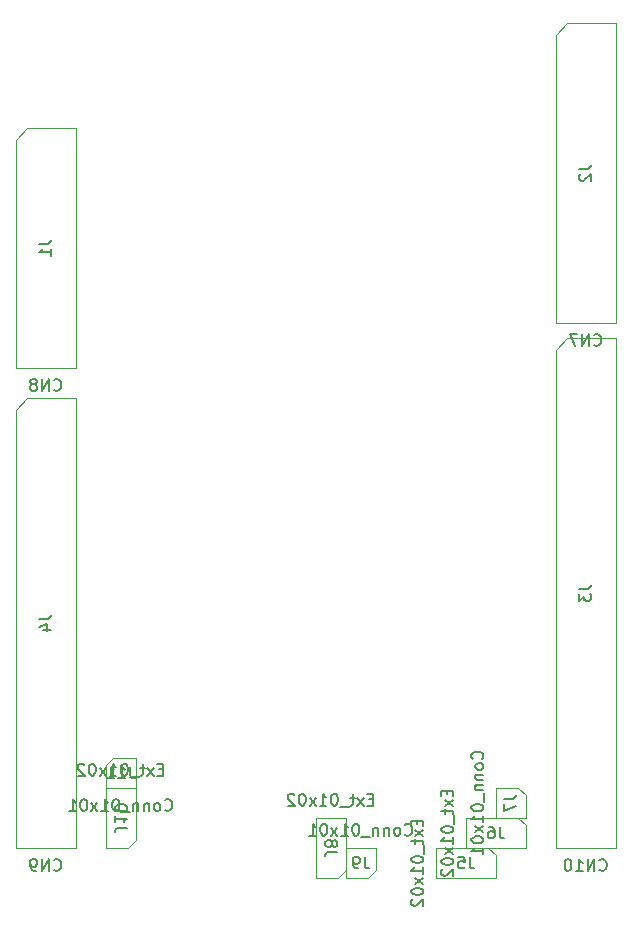
<source format=gbr>
%TF.GenerationSoftware,KiCad,Pcbnew,(5.1.6)-1*%
%TF.CreationDate,2021-01-03T17:25:39+01:00*%
%TF.ProjectId,Nucleo144_DSP,4e75636c-656f-4313-9434-5f4453502e6b,rev?*%
%TF.SameCoordinates,Original*%
%TF.FileFunction,Other,Fab,Bot*%
%FSLAX46Y46*%
G04 Gerber Fmt 4.6, Leading zero omitted, Abs format (unit mm)*
G04 Created by KiCad (PCBNEW (5.1.6)-1) date 2021-01-03 17:25:39*
%MOMM*%
%LPD*%
G01*
G04 APERTURE LIST*
%ADD10C,0.100000*%
%ADD11C,0.150000*%
G04 APERTURE END LIST*
D10*
%TO.C,J1*%
X115680000Y-77290000D02*
X111600000Y-77290000D01*
X111600000Y-77290000D02*
X110600000Y-78290000D01*
X110600000Y-78290000D02*
X110600000Y-97610000D01*
X110600000Y-97610000D02*
X115680000Y-97610000D01*
X115680000Y-97610000D02*
X115680000Y-77290000D01*
%TO.C,J2*%
X161400000Y-68400000D02*
X157320000Y-68400000D01*
X157320000Y-68400000D02*
X156320000Y-69400000D01*
X156320000Y-69400000D02*
X156320000Y-93800000D01*
X156320000Y-93800000D02*
X161400000Y-93800000D01*
X161400000Y-93800000D02*
X161400000Y-68400000D01*
%TO.C,J3*%
X161400000Y-95070000D02*
X157320000Y-95070000D01*
X157320000Y-95070000D02*
X156320000Y-96070000D01*
X156320000Y-96070000D02*
X156320000Y-138250000D01*
X156320000Y-138250000D02*
X161400000Y-138250000D01*
X161400000Y-138250000D02*
X161400000Y-95070000D01*
%TO.C,J4*%
X115680000Y-100150000D02*
X111600000Y-100150000D01*
X111600000Y-100150000D02*
X110600000Y-101150000D01*
X110600000Y-101150000D02*
X110600000Y-138250000D01*
X110600000Y-138250000D02*
X115680000Y-138250000D01*
X115680000Y-138250000D02*
X115680000Y-100150000D01*
%TO.C,J5*%
X151240000Y-140790000D02*
X151240000Y-138885000D01*
X151240000Y-138885000D02*
X150605000Y-138250000D01*
X150605000Y-138250000D02*
X146160000Y-138250000D01*
X146160000Y-138250000D02*
X146160000Y-140790000D01*
X146160000Y-140790000D02*
X151240000Y-140790000D01*
%TO.C,J6*%
X153780000Y-138250000D02*
X153780000Y-136345000D01*
X153780000Y-136345000D02*
X153145000Y-135710000D01*
X153145000Y-135710000D02*
X148700000Y-135710000D01*
X148700000Y-135710000D02*
X148700000Y-138250000D01*
X148700000Y-138250000D02*
X153780000Y-138250000D01*
%TO.C,J7*%
X151240000Y-135710000D02*
X153780000Y-135710000D01*
X151240000Y-133170000D02*
X151240000Y-135710000D01*
X153145000Y-133170000D02*
X151240000Y-133170000D01*
X153780000Y-133805000D02*
X153145000Y-133170000D01*
X153780000Y-135710000D02*
X153780000Y-133805000D01*
%TO.C,J8*%
X136000000Y-135710000D02*
X136000000Y-140790000D01*
X138540000Y-135710000D02*
X136000000Y-135710000D01*
X138540000Y-140155000D02*
X138540000Y-135710000D01*
X137905000Y-140790000D02*
X138540000Y-140155000D01*
X136000000Y-140790000D02*
X137905000Y-140790000D01*
%TO.C,J9*%
X138540000Y-140790000D02*
X140445000Y-140790000D01*
X140445000Y-140790000D02*
X141080000Y-140155000D01*
X141080000Y-140155000D02*
X141080000Y-138250000D01*
X141080000Y-138250000D02*
X138540000Y-138250000D01*
X138540000Y-138250000D02*
X138540000Y-140790000D01*
%TO.C,J10*%
X118220000Y-133170000D02*
X118220000Y-138250000D01*
X120760000Y-133170000D02*
X118220000Y-133170000D01*
X120760000Y-137615000D02*
X120760000Y-133170000D01*
X120125000Y-138250000D02*
X120760000Y-137615000D01*
X118220000Y-138250000D02*
X120125000Y-138250000D01*
%TO.C,J11*%
X120760000Y-133170000D02*
X120760000Y-130630000D01*
X118220000Y-133170000D02*
X120760000Y-133170000D01*
X118220000Y-131265000D02*
X118220000Y-133170000D01*
X118855000Y-130630000D02*
X118220000Y-131265000D01*
X120760000Y-130630000D02*
X118855000Y-130630000D01*
%TD*%
%TO.C,J1*%
D11*
X113830476Y-99467142D02*
X113878095Y-99514761D01*
X114020952Y-99562380D01*
X114116190Y-99562380D01*
X114259047Y-99514761D01*
X114354285Y-99419523D01*
X114401904Y-99324285D01*
X114449523Y-99133809D01*
X114449523Y-98990952D01*
X114401904Y-98800476D01*
X114354285Y-98705238D01*
X114259047Y-98610000D01*
X114116190Y-98562380D01*
X114020952Y-98562380D01*
X113878095Y-98610000D01*
X113830476Y-98657619D01*
X113401904Y-99562380D02*
X113401904Y-98562380D01*
X112830476Y-99562380D01*
X112830476Y-98562380D01*
X112211428Y-98990952D02*
X112306666Y-98943333D01*
X112354285Y-98895714D01*
X112401904Y-98800476D01*
X112401904Y-98752857D01*
X112354285Y-98657619D01*
X112306666Y-98610000D01*
X112211428Y-98562380D01*
X112020952Y-98562380D01*
X111925714Y-98610000D01*
X111878095Y-98657619D01*
X111830476Y-98752857D01*
X111830476Y-98800476D01*
X111878095Y-98895714D01*
X111925714Y-98943333D01*
X112020952Y-98990952D01*
X112211428Y-98990952D01*
X112306666Y-99038571D01*
X112354285Y-99086190D01*
X112401904Y-99181428D01*
X112401904Y-99371904D01*
X112354285Y-99467142D01*
X112306666Y-99514761D01*
X112211428Y-99562380D01*
X112020952Y-99562380D01*
X111925714Y-99514761D01*
X111878095Y-99467142D01*
X111830476Y-99371904D01*
X111830476Y-99181428D01*
X111878095Y-99086190D01*
X111925714Y-99038571D01*
X112020952Y-98990952D01*
X112592380Y-87116666D02*
X113306666Y-87116666D01*
X113449523Y-87069047D01*
X113544761Y-86973809D01*
X113592380Y-86830952D01*
X113592380Y-86735714D01*
X113592380Y-88116666D02*
X113592380Y-87545238D01*
X113592380Y-87830952D02*
X112592380Y-87830952D01*
X112735238Y-87735714D01*
X112830476Y-87640476D01*
X112878095Y-87545238D01*
%TO.C,J2*%
X159550476Y-95657142D02*
X159598095Y-95704761D01*
X159740952Y-95752380D01*
X159836190Y-95752380D01*
X159979047Y-95704761D01*
X160074285Y-95609523D01*
X160121904Y-95514285D01*
X160169523Y-95323809D01*
X160169523Y-95180952D01*
X160121904Y-94990476D01*
X160074285Y-94895238D01*
X159979047Y-94800000D01*
X159836190Y-94752380D01*
X159740952Y-94752380D01*
X159598095Y-94800000D01*
X159550476Y-94847619D01*
X159121904Y-95752380D02*
X159121904Y-94752380D01*
X158550476Y-95752380D01*
X158550476Y-94752380D01*
X158169523Y-94752380D02*
X157502857Y-94752380D01*
X157931428Y-95752380D01*
X158312380Y-80766666D02*
X159026666Y-80766666D01*
X159169523Y-80719047D01*
X159264761Y-80623809D01*
X159312380Y-80480952D01*
X159312380Y-80385714D01*
X158407619Y-81195238D02*
X158360000Y-81242857D01*
X158312380Y-81338095D01*
X158312380Y-81576190D01*
X158360000Y-81671428D01*
X158407619Y-81719047D01*
X158502857Y-81766666D01*
X158598095Y-81766666D01*
X158740952Y-81719047D01*
X159312380Y-81147619D01*
X159312380Y-81766666D01*
%TO.C,J3*%
X160026666Y-140107142D02*
X160074285Y-140154761D01*
X160217142Y-140202380D01*
X160312380Y-140202380D01*
X160455238Y-140154761D01*
X160550476Y-140059523D01*
X160598095Y-139964285D01*
X160645714Y-139773809D01*
X160645714Y-139630952D01*
X160598095Y-139440476D01*
X160550476Y-139345238D01*
X160455238Y-139250000D01*
X160312380Y-139202380D01*
X160217142Y-139202380D01*
X160074285Y-139250000D01*
X160026666Y-139297619D01*
X159598095Y-140202380D02*
X159598095Y-139202380D01*
X159026666Y-140202380D01*
X159026666Y-139202380D01*
X158026666Y-140202380D02*
X158598095Y-140202380D01*
X158312380Y-140202380D02*
X158312380Y-139202380D01*
X158407619Y-139345238D01*
X158502857Y-139440476D01*
X158598095Y-139488095D01*
X157407619Y-139202380D02*
X157312380Y-139202380D01*
X157217142Y-139250000D01*
X157169523Y-139297619D01*
X157121904Y-139392857D01*
X157074285Y-139583333D01*
X157074285Y-139821428D01*
X157121904Y-140011904D01*
X157169523Y-140107142D01*
X157217142Y-140154761D01*
X157312380Y-140202380D01*
X157407619Y-140202380D01*
X157502857Y-140154761D01*
X157550476Y-140107142D01*
X157598095Y-140011904D01*
X157645714Y-139821428D01*
X157645714Y-139583333D01*
X157598095Y-139392857D01*
X157550476Y-139297619D01*
X157502857Y-139250000D01*
X157407619Y-139202380D01*
X158312380Y-116326666D02*
X159026666Y-116326666D01*
X159169523Y-116279047D01*
X159264761Y-116183809D01*
X159312380Y-116040952D01*
X159312380Y-115945714D01*
X158312380Y-116707619D02*
X158312380Y-117326666D01*
X158693333Y-116993333D01*
X158693333Y-117136190D01*
X158740952Y-117231428D01*
X158788571Y-117279047D01*
X158883809Y-117326666D01*
X159121904Y-117326666D01*
X159217142Y-117279047D01*
X159264761Y-117231428D01*
X159312380Y-117136190D01*
X159312380Y-116850476D01*
X159264761Y-116755238D01*
X159217142Y-116707619D01*
%TO.C,J4*%
X113830476Y-140107142D02*
X113878095Y-140154761D01*
X114020952Y-140202380D01*
X114116190Y-140202380D01*
X114259047Y-140154761D01*
X114354285Y-140059523D01*
X114401904Y-139964285D01*
X114449523Y-139773809D01*
X114449523Y-139630952D01*
X114401904Y-139440476D01*
X114354285Y-139345238D01*
X114259047Y-139250000D01*
X114116190Y-139202380D01*
X114020952Y-139202380D01*
X113878095Y-139250000D01*
X113830476Y-139297619D01*
X113401904Y-140202380D02*
X113401904Y-139202380D01*
X112830476Y-140202380D01*
X112830476Y-139202380D01*
X112306666Y-140202380D02*
X112116190Y-140202380D01*
X112020952Y-140154761D01*
X111973333Y-140107142D01*
X111878095Y-139964285D01*
X111830476Y-139773809D01*
X111830476Y-139392857D01*
X111878095Y-139297619D01*
X111925714Y-139250000D01*
X112020952Y-139202380D01*
X112211428Y-139202380D01*
X112306666Y-139250000D01*
X112354285Y-139297619D01*
X112401904Y-139392857D01*
X112401904Y-139630952D01*
X112354285Y-139726190D01*
X112306666Y-139773809D01*
X112211428Y-139821428D01*
X112020952Y-139821428D01*
X111925714Y-139773809D01*
X111878095Y-139726190D01*
X111830476Y-139630952D01*
X112592380Y-118866666D02*
X113306666Y-118866666D01*
X113449523Y-118819047D01*
X113544761Y-118723809D01*
X113592380Y-118580952D01*
X113592380Y-118485714D01*
X112925714Y-119771428D02*
X113592380Y-119771428D01*
X112544761Y-119533333D02*
X113259047Y-119295238D01*
X113259047Y-119914285D01*
%TO.C,J5*%
X144588571Y-135924761D02*
X144588571Y-136258095D01*
X145112380Y-136400952D02*
X145112380Y-135924761D01*
X144112380Y-135924761D01*
X144112380Y-136400952D01*
X145112380Y-136734285D02*
X144445714Y-137258095D01*
X144445714Y-136734285D02*
X145112380Y-137258095D01*
X144445714Y-137496190D02*
X144445714Y-137877142D01*
X144112380Y-137639047D02*
X144969523Y-137639047D01*
X145064761Y-137686666D01*
X145112380Y-137781904D01*
X145112380Y-137877142D01*
X145207619Y-137972380D02*
X145207619Y-138734285D01*
X144112380Y-139162857D02*
X144112380Y-139258095D01*
X144160000Y-139353333D01*
X144207619Y-139400952D01*
X144302857Y-139448571D01*
X144493333Y-139496190D01*
X144731428Y-139496190D01*
X144921904Y-139448571D01*
X145017142Y-139400952D01*
X145064761Y-139353333D01*
X145112380Y-139258095D01*
X145112380Y-139162857D01*
X145064761Y-139067619D01*
X145017142Y-139020000D01*
X144921904Y-138972380D01*
X144731428Y-138924761D01*
X144493333Y-138924761D01*
X144302857Y-138972380D01*
X144207619Y-139020000D01*
X144160000Y-139067619D01*
X144112380Y-139162857D01*
X145112380Y-140448571D02*
X145112380Y-139877142D01*
X145112380Y-140162857D02*
X144112380Y-140162857D01*
X144255238Y-140067619D01*
X144350476Y-139972380D01*
X144398095Y-139877142D01*
X145112380Y-140781904D02*
X144445714Y-141305714D01*
X144445714Y-140781904D02*
X145112380Y-141305714D01*
X144112380Y-141877142D02*
X144112380Y-141972380D01*
X144160000Y-142067619D01*
X144207619Y-142115238D01*
X144302857Y-142162857D01*
X144493333Y-142210476D01*
X144731428Y-142210476D01*
X144921904Y-142162857D01*
X145017142Y-142115238D01*
X145064761Y-142067619D01*
X145112380Y-141972380D01*
X145112380Y-141877142D01*
X145064761Y-141781904D01*
X145017142Y-141734285D01*
X144921904Y-141686666D01*
X144731428Y-141639047D01*
X144493333Y-141639047D01*
X144302857Y-141686666D01*
X144207619Y-141734285D01*
X144160000Y-141781904D01*
X144112380Y-141877142D01*
X144207619Y-142591428D02*
X144160000Y-142639047D01*
X144112380Y-142734285D01*
X144112380Y-142972380D01*
X144160000Y-143067619D01*
X144207619Y-143115238D01*
X144302857Y-143162857D01*
X144398095Y-143162857D01*
X144540952Y-143115238D01*
X145112380Y-142543809D01*
X145112380Y-143162857D01*
X149033333Y-138972380D02*
X149033333Y-139686666D01*
X149080952Y-139829523D01*
X149176190Y-139924761D01*
X149319047Y-139972380D01*
X149414285Y-139972380D01*
X148080952Y-138972380D02*
X148557142Y-138972380D01*
X148604761Y-139448571D01*
X148557142Y-139400952D01*
X148461904Y-139353333D01*
X148223809Y-139353333D01*
X148128571Y-139400952D01*
X148080952Y-139448571D01*
X148033333Y-139543809D01*
X148033333Y-139781904D01*
X148080952Y-139877142D01*
X148128571Y-139924761D01*
X148223809Y-139972380D01*
X148461904Y-139972380D01*
X148557142Y-139924761D01*
X148604761Y-139877142D01*
%TO.C,J6*%
X147128571Y-133384761D02*
X147128571Y-133718095D01*
X147652380Y-133860952D02*
X147652380Y-133384761D01*
X146652380Y-133384761D01*
X146652380Y-133860952D01*
X147652380Y-134194285D02*
X146985714Y-134718095D01*
X146985714Y-134194285D02*
X147652380Y-134718095D01*
X146985714Y-134956190D02*
X146985714Y-135337142D01*
X146652380Y-135099047D02*
X147509523Y-135099047D01*
X147604761Y-135146666D01*
X147652380Y-135241904D01*
X147652380Y-135337142D01*
X147747619Y-135432380D02*
X147747619Y-136194285D01*
X146652380Y-136622857D02*
X146652380Y-136718095D01*
X146700000Y-136813333D01*
X146747619Y-136860952D01*
X146842857Y-136908571D01*
X147033333Y-136956190D01*
X147271428Y-136956190D01*
X147461904Y-136908571D01*
X147557142Y-136860952D01*
X147604761Y-136813333D01*
X147652380Y-136718095D01*
X147652380Y-136622857D01*
X147604761Y-136527619D01*
X147557142Y-136480000D01*
X147461904Y-136432380D01*
X147271428Y-136384761D01*
X147033333Y-136384761D01*
X146842857Y-136432380D01*
X146747619Y-136480000D01*
X146700000Y-136527619D01*
X146652380Y-136622857D01*
X147652380Y-137908571D02*
X147652380Y-137337142D01*
X147652380Y-137622857D02*
X146652380Y-137622857D01*
X146795238Y-137527619D01*
X146890476Y-137432380D01*
X146938095Y-137337142D01*
X147652380Y-138241904D02*
X146985714Y-138765714D01*
X146985714Y-138241904D02*
X147652380Y-138765714D01*
X146652380Y-139337142D02*
X146652380Y-139432380D01*
X146700000Y-139527619D01*
X146747619Y-139575238D01*
X146842857Y-139622857D01*
X147033333Y-139670476D01*
X147271428Y-139670476D01*
X147461904Y-139622857D01*
X147557142Y-139575238D01*
X147604761Y-139527619D01*
X147652380Y-139432380D01*
X147652380Y-139337142D01*
X147604761Y-139241904D01*
X147557142Y-139194285D01*
X147461904Y-139146666D01*
X147271428Y-139099047D01*
X147033333Y-139099047D01*
X146842857Y-139146666D01*
X146747619Y-139194285D01*
X146700000Y-139241904D01*
X146652380Y-139337142D01*
X146747619Y-140051428D02*
X146700000Y-140099047D01*
X146652380Y-140194285D01*
X146652380Y-140432380D01*
X146700000Y-140527619D01*
X146747619Y-140575238D01*
X146842857Y-140622857D01*
X146938095Y-140622857D01*
X147080952Y-140575238D01*
X147652380Y-140003809D01*
X147652380Y-140622857D01*
X151573333Y-136432380D02*
X151573333Y-137146666D01*
X151620952Y-137289523D01*
X151716190Y-137384761D01*
X151859047Y-137432380D01*
X151954285Y-137432380D01*
X150668571Y-136432380D02*
X150859047Y-136432380D01*
X150954285Y-136480000D01*
X151001904Y-136527619D01*
X151097142Y-136670476D01*
X151144761Y-136860952D01*
X151144761Y-137241904D01*
X151097142Y-137337142D01*
X151049523Y-137384761D01*
X150954285Y-137432380D01*
X150763809Y-137432380D01*
X150668571Y-137384761D01*
X150620952Y-137337142D01*
X150573333Y-137241904D01*
X150573333Y-137003809D01*
X150620952Y-136908571D01*
X150668571Y-136860952D01*
X150763809Y-136813333D01*
X150954285Y-136813333D01*
X151049523Y-136860952D01*
X151097142Y-136908571D01*
X151144761Y-137003809D01*
%TO.C,J7*%
X150097142Y-130701904D02*
X150144761Y-130654285D01*
X150192380Y-130511428D01*
X150192380Y-130416190D01*
X150144761Y-130273333D01*
X150049523Y-130178095D01*
X149954285Y-130130476D01*
X149763809Y-130082857D01*
X149620952Y-130082857D01*
X149430476Y-130130476D01*
X149335238Y-130178095D01*
X149240000Y-130273333D01*
X149192380Y-130416190D01*
X149192380Y-130511428D01*
X149240000Y-130654285D01*
X149287619Y-130701904D01*
X150192380Y-131273333D02*
X150144761Y-131178095D01*
X150097142Y-131130476D01*
X150001904Y-131082857D01*
X149716190Y-131082857D01*
X149620952Y-131130476D01*
X149573333Y-131178095D01*
X149525714Y-131273333D01*
X149525714Y-131416190D01*
X149573333Y-131511428D01*
X149620952Y-131559047D01*
X149716190Y-131606666D01*
X150001904Y-131606666D01*
X150097142Y-131559047D01*
X150144761Y-131511428D01*
X150192380Y-131416190D01*
X150192380Y-131273333D01*
X149525714Y-132035238D02*
X150192380Y-132035238D01*
X149620952Y-132035238D02*
X149573333Y-132082857D01*
X149525714Y-132178095D01*
X149525714Y-132320952D01*
X149573333Y-132416190D01*
X149668571Y-132463809D01*
X150192380Y-132463809D01*
X149525714Y-132940000D02*
X150192380Y-132940000D01*
X149620952Y-132940000D02*
X149573333Y-132987619D01*
X149525714Y-133082857D01*
X149525714Y-133225714D01*
X149573333Y-133320952D01*
X149668571Y-133368571D01*
X150192380Y-133368571D01*
X150287619Y-133606666D02*
X150287619Y-134368571D01*
X149192380Y-134797142D02*
X149192380Y-134892380D01*
X149240000Y-134987619D01*
X149287619Y-135035238D01*
X149382857Y-135082857D01*
X149573333Y-135130476D01*
X149811428Y-135130476D01*
X150001904Y-135082857D01*
X150097142Y-135035238D01*
X150144761Y-134987619D01*
X150192380Y-134892380D01*
X150192380Y-134797142D01*
X150144761Y-134701904D01*
X150097142Y-134654285D01*
X150001904Y-134606666D01*
X149811428Y-134559047D01*
X149573333Y-134559047D01*
X149382857Y-134606666D01*
X149287619Y-134654285D01*
X149240000Y-134701904D01*
X149192380Y-134797142D01*
X150192380Y-136082857D02*
X150192380Y-135511428D01*
X150192380Y-135797142D02*
X149192380Y-135797142D01*
X149335238Y-135701904D01*
X149430476Y-135606666D01*
X149478095Y-135511428D01*
X150192380Y-136416190D02*
X149525714Y-136940000D01*
X149525714Y-136416190D02*
X150192380Y-136940000D01*
X149192380Y-137511428D02*
X149192380Y-137606666D01*
X149240000Y-137701904D01*
X149287619Y-137749523D01*
X149382857Y-137797142D01*
X149573333Y-137844761D01*
X149811428Y-137844761D01*
X150001904Y-137797142D01*
X150097142Y-137749523D01*
X150144761Y-137701904D01*
X150192380Y-137606666D01*
X150192380Y-137511428D01*
X150144761Y-137416190D01*
X150097142Y-137368571D01*
X150001904Y-137320952D01*
X149811428Y-137273333D01*
X149573333Y-137273333D01*
X149382857Y-137320952D01*
X149287619Y-137368571D01*
X149240000Y-137416190D01*
X149192380Y-137511428D01*
X150192380Y-138797142D02*
X150192380Y-138225714D01*
X150192380Y-138511428D02*
X149192380Y-138511428D01*
X149335238Y-138416190D01*
X149430476Y-138320952D01*
X149478095Y-138225714D01*
X151962380Y-134106666D02*
X152676666Y-134106666D01*
X152819523Y-134059047D01*
X152914761Y-133963809D01*
X152962380Y-133820952D01*
X152962380Y-133725714D01*
X151962380Y-134487619D02*
X151962380Y-135154285D01*
X152962380Y-134725714D01*
%TO.C,J8*%
X140865238Y-134138571D02*
X140531904Y-134138571D01*
X140389047Y-134662380D02*
X140865238Y-134662380D01*
X140865238Y-133662380D01*
X140389047Y-133662380D01*
X140055714Y-134662380D02*
X139531904Y-133995714D01*
X140055714Y-133995714D02*
X139531904Y-134662380D01*
X139293809Y-133995714D02*
X138912857Y-133995714D01*
X139150952Y-133662380D02*
X139150952Y-134519523D01*
X139103333Y-134614761D01*
X139008095Y-134662380D01*
X138912857Y-134662380D01*
X138817619Y-134757619D02*
X138055714Y-134757619D01*
X137627142Y-133662380D02*
X137531904Y-133662380D01*
X137436666Y-133710000D01*
X137389047Y-133757619D01*
X137341428Y-133852857D01*
X137293809Y-134043333D01*
X137293809Y-134281428D01*
X137341428Y-134471904D01*
X137389047Y-134567142D01*
X137436666Y-134614761D01*
X137531904Y-134662380D01*
X137627142Y-134662380D01*
X137722380Y-134614761D01*
X137770000Y-134567142D01*
X137817619Y-134471904D01*
X137865238Y-134281428D01*
X137865238Y-134043333D01*
X137817619Y-133852857D01*
X137770000Y-133757619D01*
X137722380Y-133710000D01*
X137627142Y-133662380D01*
X136341428Y-134662380D02*
X136912857Y-134662380D01*
X136627142Y-134662380D02*
X136627142Y-133662380D01*
X136722380Y-133805238D01*
X136817619Y-133900476D01*
X136912857Y-133948095D01*
X136008095Y-134662380D02*
X135484285Y-133995714D01*
X136008095Y-133995714D02*
X135484285Y-134662380D01*
X134912857Y-133662380D02*
X134817619Y-133662380D01*
X134722380Y-133710000D01*
X134674761Y-133757619D01*
X134627142Y-133852857D01*
X134579523Y-134043333D01*
X134579523Y-134281428D01*
X134627142Y-134471904D01*
X134674761Y-134567142D01*
X134722380Y-134614761D01*
X134817619Y-134662380D01*
X134912857Y-134662380D01*
X135008095Y-134614761D01*
X135055714Y-134567142D01*
X135103333Y-134471904D01*
X135150952Y-134281428D01*
X135150952Y-134043333D01*
X135103333Y-133852857D01*
X135055714Y-133757619D01*
X135008095Y-133710000D01*
X134912857Y-133662380D01*
X134198571Y-133757619D02*
X134150952Y-133710000D01*
X134055714Y-133662380D01*
X133817619Y-133662380D01*
X133722380Y-133710000D01*
X133674761Y-133757619D01*
X133627142Y-133852857D01*
X133627142Y-133948095D01*
X133674761Y-134090952D01*
X134246190Y-134662380D01*
X133627142Y-134662380D01*
X137817619Y-138583333D02*
X137103333Y-138583333D01*
X136960476Y-138630952D01*
X136865238Y-138726190D01*
X136817619Y-138869047D01*
X136817619Y-138964285D01*
X137389047Y-137964285D02*
X137436666Y-138059523D01*
X137484285Y-138107142D01*
X137579523Y-138154761D01*
X137627142Y-138154761D01*
X137722380Y-138107142D01*
X137770000Y-138059523D01*
X137817619Y-137964285D01*
X137817619Y-137773809D01*
X137770000Y-137678571D01*
X137722380Y-137630952D01*
X137627142Y-137583333D01*
X137579523Y-137583333D01*
X137484285Y-137630952D01*
X137436666Y-137678571D01*
X137389047Y-137773809D01*
X137389047Y-137964285D01*
X137341428Y-138059523D01*
X137293809Y-138107142D01*
X137198571Y-138154761D01*
X137008095Y-138154761D01*
X136912857Y-138107142D01*
X136865238Y-138059523D01*
X136817619Y-137964285D01*
X136817619Y-137773809D01*
X136865238Y-137678571D01*
X136912857Y-137630952D01*
X137008095Y-137583333D01*
X137198571Y-137583333D01*
X137293809Y-137630952D01*
X137341428Y-137678571D01*
X137389047Y-137773809D01*
%TO.C,J9*%
X143548095Y-137107142D02*
X143595714Y-137154761D01*
X143738571Y-137202380D01*
X143833809Y-137202380D01*
X143976666Y-137154761D01*
X144071904Y-137059523D01*
X144119523Y-136964285D01*
X144167142Y-136773809D01*
X144167142Y-136630952D01*
X144119523Y-136440476D01*
X144071904Y-136345238D01*
X143976666Y-136250000D01*
X143833809Y-136202380D01*
X143738571Y-136202380D01*
X143595714Y-136250000D01*
X143548095Y-136297619D01*
X142976666Y-137202380D02*
X143071904Y-137154761D01*
X143119523Y-137107142D01*
X143167142Y-137011904D01*
X143167142Y-136726190D01*
X143119523Y-136630952D01*
X143071904Y-136583333D01*
X142976666Y-136535714D01*
X142833809Y-136535714D01*
X142738571Y-136583333D01*
X142690952Y-136630952D01*
X142643333Y-136726190D01*
X142643333Y-137011904D01*
X142690952Y-137107142D01*
X142738571Y-137154761D01*
X142833809Y-137202380D01*
X142976666Y-137202380D01*
X142214761Y-136535714D02*
X142214761Y-137202380D01*
X142214761Y-136630952D02*
X142167142Y-136583333D01*
X142071904Y-136535714D01*
X141929047Y-136535714D01*
X141833809Y-136583333D01*
X141786190Y-136678571D01*
X141786190Y-137202380D01*
X141310000Y-136535714D02*
X141310000Y-137202380D01*
X141310000Y-136630952D02*
X141262380Y-136583333D01*
X141167142Y-136535714D01*
X141024285Y-136535714D01*
X140929047Y-136583333D01*
X140881428Y-136678571D01*
X140881428Y-137202380D01*
X140643333Y-137297619D02*
X139881428Y-137297619D01*
X139452857Y-136202380D02*
X139357619Y-136202380D01*
X139262380Y-136250000D01*
X139214761Y-136297619D01*
X139167142Y-136392857D01*
X139119523Y-136583333D01*
X139119523Y-136821428D01*
X139167142Y-137011904D01*
X139214761Y-137107142D01*
X139262380Y-137154761D01*
X139357619Y-137202380D01*
X139452857Y-137202380D01*
X139548095Y-137154761D01*
X139595714Y-137107142D01*
X139643333Y-137011904D01*
X139690952Y-136821428D01*
X139690952Y-136583333D01*
X139643333Y-136392857D01*
X139595714Y-136297619D01*
X139548095Y-136250000D01*
X139452857Y-136202380D01*
X138167142Y-137202380D02*
X138738571Y-137202380D01*
X138452857Y-137202380D02*
X138452857Y-136202380D01*
X138548095Y-136345238D01*
X138643333Y-136440476D01*
X138738571Y-136488095D01*
X137833809Y-137202380D02*
X137310000Y-136535714D01*
X137833809Y-136535714D02*
X137310000Y-137202380D01*
X136738571Y-136202380D02*
X136643333Y-136202380D01*
X136548095Y-136250000D01*
X136500476Y-136297619D01*
X136452857Y-136392857D01*
X136405238Y-136583333D01*
X136405238Y-136821428D01*
X136452857Y-137011904D01*
X136500476Y-137107142D01*
X136548095Y-137154761D01*
X136643333Y-137202380D01*
X136738571Y-137202380D01*
X136833809Y-137154761D01*
X136881428Y-137107142D01*
X136929047Y-137011904D01*
X136976666Y-136821428D01*
X136976666Y-136583333D01*
X136929047Y-136392857D01*
X136881428Y-136297619D01*
X136833809Y-136250000D01*
X136738571Y-136202380D01*
X135452857Y-137202380D02*
X136024285Y-137202380D01*
X135738571Y-137202380D02*
X135738571Y-136202380D01*
X135833809Y-136345238D01*
X135929047Y-136440476D01*
X136024285Y-136488095D01*
X140143333Y-138972380D02*
X140143333Y-139686666D01*
X140190952Y-139829523D01*
X140286190Y-139924761D01*
X140429047Y-139972380D01*
X140524285Y-139972380D01*
X139619523Y-139972380D02*
X139429047Y-139972380D01*
X139333809Y-139924761D01*
X139286190Y-139877142D01*
X139190952Y-139734285D01*
X139143333Y-139543809D01*
X139143333Y-139162857D01*
X139190952Y-139067619D01*
X139238571Y-139020000D01*
X139333809Y-138972380D01*
X139524285Y-138972380D01*
X139619523Y-139020000D01*
X139667142Y-139067619D01*
X139714761Y-139162857D01*
X139714761Y-139400952D01*
X139667142Y-139496190D01*
X139619523Y-139543809D01*
X139524285Y-139591428D01*
X139333809Y-139591428D01*
X139238571Y-139543809D01*
X139190952Y-139496190D01*
X139143333Y-139400952D01*
%TO.C,J10*%
X123085238Y-131598571D02*
X122751904Y-131598571D01*
X122609047Y-132122380D02*
X123085238Y-132122380D01*
X123085238Y-131122380D01*
X122609047Y-131122380D01*
X122275714Y-132122380D02*
X121751904Y-131455714D01*
X122275714Y-131455714D02*
X121751904Y-132122380D01*
X121513809Y-131455714D02*
X121132857Y-131455714D01*
X121370952Y-131122380D02*
X121370952Y-131979523D01*
X121323333Y-132074761D01*
X121228095Y-132122380D01*
X121132857Y-132122380D01*
X121037619Y-132217619D02*
X120275714Y-132217619D01*
X119847142Y-131122380D02*
X119751904Y-131122380D01*
X119656666Y-131170000D01*
X119609047Y-131217619D01*
X119561428Y-131312857D01*
X119513809Y-131503333D01*
X119513809Y-131741428D01*
X119561428Y-131931904D01*
X119609047Y-132027142D01*
X119656666Y-132074761D01*
X119751904Y-132122380D01*
X119847142Y-132122380D01*
X119942380Y-132074761D01*
X119990000Y-132027142D01*
X120037619Y-131931904D01*
X120085238Y-131741428D01*
X120085238Y-131503333D01*
X120037619Y-131312857D01*
X119990000Y-131217619D01*
X119942380Y-131170000D01*
X119847142Y-131122380D01*
X118561428Y-132122380D02*
X119132857Y-132122380D01*
X118847142Y-132122380D02*
X118847142Y-131122380D01*
X118942380Y-131265238D01*
X119037619Y-131360476D01*
X119132857Y-131408095D01*
X118228095Y-132122380D02*
X117704285Y-131455714D01*
X118228095Y-131455714D02*
X117704285Y-132122380D01*
X117132857Y-131122380D02*
X117037619Y-131122380D01*
X116942380Y-131170000D01*
X116894761Y-131217619D01*
X116847142Y-131312857D01*
X116799523Y-131503333D01*
X116799523Y-131741428D01*
X116847142Y-131931904D01*
X116894761Y-132027142D01*
X116942380Y-132074761D01*
X117037619Y-132122380D01*
X117132857Y-132122380D01*
X117228095Y-132074761D01*
X117275714Y-132027142D01*
X117323333Y-131931904D01*
X117370952Y-131741428D01*
X117370952Y-131503333D01*
X117323333Y-131312857D01*
X117275714Y-131217619D01*
X117228095Y-131170000D01*
X117132857Y-131122380D01*
X116418571Y-131217619D02*
X116370952Y-131170000D01*
X116275714Y-131122380D01*
X116037619Y-131122380D01*
X115942380Y-131170000D01*
X115894761Y-131217619D01*
X115847142Y-131312857D01*
X115847142Y-131408095D01*
X115894761Y-131550952D01*
X116466190Y-132122380D01*
X115847142Y-132122380D01*
X120037619Y-136519523D02*
X119323333Y-136519523D01*
X119180476Y-136567142D01*
X119085238Y-136662380D01*
X119037619Y-136805238D01*
X119037619Y-136900476D01*
X119037619Y-135519523D02*
X119037619Y-136090952D01*
X119037619Y-135805238D02*
X120037619Y-135805238D01*
X119894761Y-135900476D01*
X119799523Y-135995714D01*
X119751904Y-136090952D01*
X120037619Y-134900476D02*
X120037619Y-134805238D01*
X119990000Y-134710000D01*
X119942380Y-134662380D01*
X119847142Y-134614761D01*
X119656666Y-134567142D01*
X119418571Y-134567142D01*
X119228095Y-134614761D01*
X119132857Y-134662380D01*
X119085238Y-134710000D01*
X119037619Y-134805238D01*
X119037619Y-134900476D01*
X119085238Y-134995714D01*
X119132857Y-135043333D01*
X119228095Y-135090952D01*
X119418571Y-135138571D01*
X119656666Y-135138571D01*
X119847142Y-135090952D01*
X119942380Y-135043333D01*
X119990000Y-134995714D01*
X120037619Y-134900476D01*
%TO.C,J11*%
X123228095Y-135027142D02*
X123275714Y-135074761D01*
X123418571Y-135122380D01*
X123513809Y-135122380D01*
X123656666Y-135074761D01*
X123751904Y-134979523D01*
X123799523Y-134884285D01*
X123847142Y-134693809D01*
X123847142Y-134550952D01*
X123799523Y-134360476D01*
X123751904Y-134265238D01*
X123656666Y-134170000D01*
X123513809Y-134122380D01*
X123418571Y-134122380D01*
X123275714Y-134170000D01*
X123228095Y-134217619D01*
X122656666Y-135122380D02*
X122751904Y-135074761D01*
X122799523Y-135027142D01*
X122847142Y-134931904D01*
X122847142Y-134646190D01*
X122799523Y-134550952D01*
X122751904Y-134503333D01*
X122656666Y-134455714D01*
X122513809Y-134455714D01*
X122418571Y-134503333D01*
X122370952Y-134550952D01*
X122323333Y-134646190D01*
X122323333Y-134931904D01*
X122370952Y-135027142D01*
X122418571Y-135074761D01*
X122513809Y-135122380D01*
X122656666Y-135122380D01*
X121894761Y-134455714D02*
X121894761Y-135122380D01*
X121894761Y-134550952D02*
X121847142Y-134503333D01*
X121751904Y-134455714D01*
X121609047Y-134455714D01*
X121513809Y-134503333D01*
X121466190Y-134598571D01*
X121466190Y-135122380D01*
X120990000Y-134455714D02*
X120990000Y-135122380D01*
X120990000Y-134550952D02*
X120942380Y-134503333D01*
X120847142Y-134455714D01*
X120704285Y-134455714D01*
X120609047Y-134503333D01*
X120561428Y-134598571D01*
X120561428Y-135122380D01*
X120323333Y-135217619D02*
X119561428Y-135217619D01*
X119132857Y-134122380D02*
X119037619Y-134122380D01*
X118942380Y-134170000D01*
X118894761Y-134217619D01*
X118847142Y-134312857D01*
X118799523Y-134503333D01*
X118799523Y-134741428D01*
X118847142Y-134931904D01*
X118894761Y-135027142D01*
X118942380Y-135074761D01*
X119037619Y-135122380D01*
X119132857Y-135122380D01*
X119228095Y-135074761D01*
X119275714Y-135027142D01*
X119323333Y-134931904D01*
X119370952Y-134741428D01*
X119370952Y-134503333D01*
X119323333Y-134312857D01*
X119275714Y-134217619D01*
X119228095Y-134170000D01*
X119132857Y-134122380D01*
X117847142Y-135122380D02*
X118418571Y-135122380D01*
X118132857Y-135122380D02*
X118132857Y-134122380D01*
X118228095Y-134265238D01*
X118323333Y-134360476D01*
X118418571Y-134408095D01*
X117513809Y-135122380D02*
X116990000Y-134455714D01*
X117513809Y-134455714D02*
X116990000Y-135122380D01*
X116418571Y-134122380D02*
X116323333Y-134122380D01*
X116228095Y-134170000D01*
X116180476Y-134217619D01*
X116132857Y-134312857D01*
X116085238Y-134503333D01*
X116085238Y-134741428D01*
X116132857Y-134931904D01*
X116180476Y-135027142D01*
X116228095Y-135074761D01*
X116323333Y-135122380D01*
X116418571Y-135122380D01*
X116513809Y-135074761D01*
X116561428Y-135027142D01*
X116609047Y-134931904D01*
X116656666Y-134741428D01*
X116656666Y-134503333D01*
X116609047Y-134312857D01*
X116561428Y-134217619D01*
X116513809Y-134170000D01*
X116418571Y-134122380D01*
X115132857Y-135122380D02*
X115704285Y-135122380D01*
X115418571Y-135122380D02*
X115418571Y-134122380D01*
X115513809Y-134265238D01*
X115609047Y-134360476D01*
X115704285Y-134408095D01*
X120299523Y-131352380D02*
X120299523Y-132066666D01*
X120347142Y-132209523D01*
X120442380Y-132304761D01*
X120585238Y-132352380D01*
X120680476Y-132352380D01*
X119299523Y-132352380D02*
X119870952Y-132352380D01*
X119585238Y-132352380D02*
X119585238Y-131352380D01*
X119680476Y-131495238D01*
X119775714Y-131590476D01*
X119870952Y-131638095D01*
X118347142Y-132352380D02*
X118918571Y-132352380D01*
X118632857Y-132352380D02*
X118632857Y-131352380D01*
X118728095Y-131495238D01*
X118823333Y-131590476D01*
X118918571Y-131638095D01*
%TD*%
M02*

</source>
